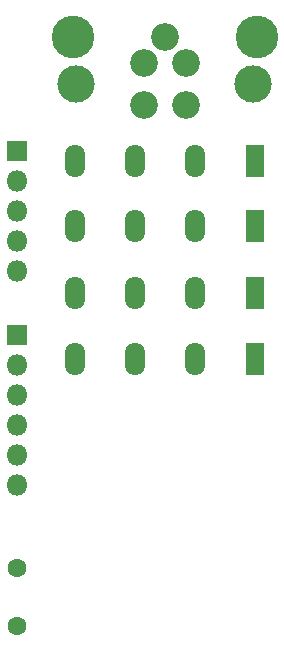
<source format=gbs>
G04 #@! TF.GenerationSoftware,KiCad,Pcbnew,5.0.0-rc2+dfsg1-3*
G04 #@! TF.CreationDate,2018-07-01T23:41:37-04:00*
G04 #@! TF.ProjectId,mystatv1,6D797374617476312E6B696361645F70,1*
G04 #@! TF.SameCoordinates,Original*
G04 #@! TF.FileFunction,Soldermask,Bot*
G04 #@! TF.FilePolarity,Negative*
%FSLAX46Y46*%
G04 Gerber Fmt 4.6, Leading zero omitted, Abs format (unit mm)*
G04 Created by KiCad (PCBNEW 5.0.0-rc2+dfsg1-3) date Sun Jul  1 23:41:37 2018*
%MOMM*%
%LPD*%
G01*
G04 APERTURE LIST*
%ADD10C,2.351600*%
%ADD11C,3.601600*%
%ADD12C,3.151600*%
%ADD13O,1.701600X2.801600*%
%ADD14R,1.600000X2.700000*%
%ADD15O,1.801600X1.801600*%
%ADD16R,1.700000X1.700000*%
%ADD17C,1.601600*%
G04 APERTURE END LIST*
D10*
G04 #@! TO.C,P2*
X77750000Y-55000000D03*
D11*
X85520000Y-55000000D03*
X69980000Y-55000000D03*
D12*
X70250000Y-59000000D03*
X85250000Y-59000000D03*
D10*
X79520000Y-57230000D03*
X75980000Y-57230000D03*
X75980000Y-60770000D03*
X79520000Y-60770000D03*
G04 #@! TD*
D13*
G04 #@! TO.C,K3*
X70170000Y-82296000D03*
X75250000Y-82296000D03*
X80330000Y-82296000D03*
D14*
X85410000Y-82296000D03*
G04 #@! TD*
D13*
G04 #@! TO.C,K1*
X70170000Y-65500000D03*
X75250000Y-65500000D03*
X80330000Y-65500000D03*
D14*
X85410000Y-65500000D03*
G04 #@! TD*
D13*
G04 #@! TO.C,K2*
X70170000Y-70993000D03*
X75250000Y-70993000D03*
X80330000Y-70993000D03*
D14*
X85410000Y-70993000D03*
G04 #@! TD*
D13*
G04 #@! TO.C,K4*
X70170000Y-76708000D03*
X75250000Y-76708000D03*
X80330000Y-76708000D03*
D14*
X85410000Y-76708000D03*
G04 #@! TD*
D15*
G04 #@! TO.C,P1*
X65278000Y-74803000D03*
X65278000Y-72263000D03*
X65278000Y-69723000D03*
X65278000Y-67183000D03*
D16*
X65278000Y-64643000D03*
G04 #@! TD*
D15*
G04 #@! TO.C,P3*
X65278000Y-92964000D03*
X65278000Y-90424000D03*
X65278000Y-87884000D03*
X65278000Y-85344000D03*
X65278000Y-82804000D03*
D16*
X65278000Y-80264000D03*
G04 #@! TD*
D17*
G04 #@! TO.C,X1*
X65278000Y-100022000D03*
X65278000Y-104902000D03*
G04 #@! TD*
M02*

</source>
